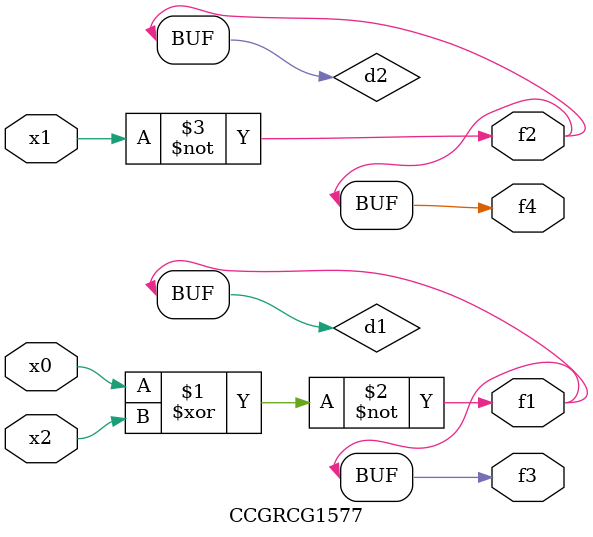
<source format=v>
module CCGRCG1577(
	input x0, x1, x2,
	output f1, f2, f3, f4
);

	wire d1, d2, d3;

	xnor (d1, x0, x2);
	nand (d2, x1);
	nor (d3, x1, x2);
	assign f1 = d1;
	assign f2 = d2;
	assign f3 = d1;
	assign f4 = d2;
endmodule

</source>
